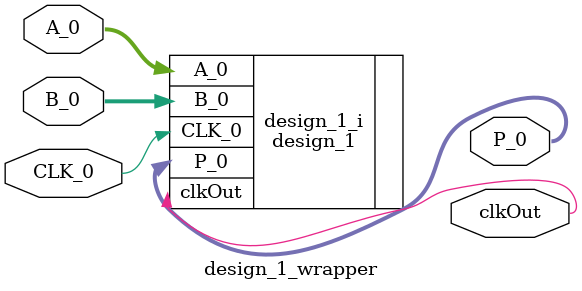
<source format=v>
`timescale 1 ps / 1 ps

module design_1_wrapper
   (A_0,
    B_0,
    CLK_0,
    P_0,
    clkOut);
  input [1:0]A_0;
  input [1:0]B_0;
  input CLK_0;
  output [3:0]P_0;
  output clkOut;

  wire [1:0]A_0;
  wire [1:0]B_0;
  wire CLK_0;
  wire [3:0]P_0;
  wire clkOut;

  design_1 design_1_i
       (.A_0(A_0),
        .B_0(B_0),
        .CLK_0(CLK_0),
        .P_0(P_0),
        .clkOut(clkOut));
endmodule

</source>
